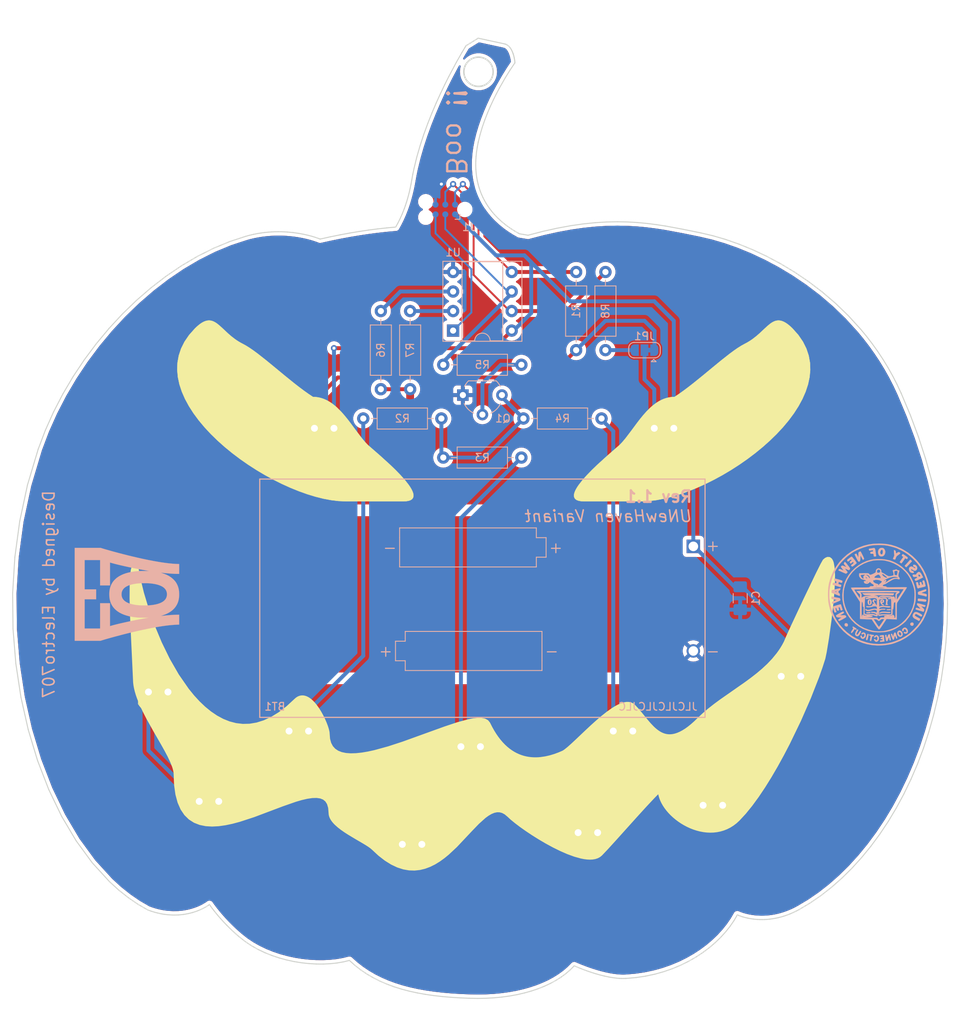
<source format=kicad_pcb>
(kicad_pcb (version 20211014) (generator pcbnew)
  (layers (0 "F.Cu" signal) (31 "B.Cu" signal) (34 "B.Paste" user) (35 "F.Paste" user) (36 "B.SilkS" user "B.Silkscreen") (37 "F.SilkS" user "F.Silkscreen") (38 "B.Mask" user) (39 "F.Mask" user) (44 "Edge.Cuts" user))
  (net 0 "")
  (net 1 "GND")
  (net 2 "VCC")
  (net 3 "Net-(D1-Pad1)")
  (net 4 "Net-(D3-Pad1)")
  (net 5 "Net-(D2-Pad1)")
  (net 6 "Net-(R3-Pad1)")
  (net 7 "Net-(J1-Pad5)")
  (net 8 "Net-(J1-Pad4)")
  (net 9 "Net-(J1-Pad3)")
  (net 10 "Net-(J1-Pad2)")
  (net 11 "Net-(Q1-Pad3)")
  (net 12 "Net-(Q1-Pad2)")
  (net 13 "CopperPad")
  (net 14 "Net-(R4-Pad1)")
  (net 15 "Net-(JP1-Pad3)")
  (net 16 "Net-(U1-Pad3)")
  (net 17 "Net-(U1-Pad2)")
  (footprint "LED_THT:LED_D5.0mm" (layer "F.Cu") (at 32.004 93.98)
    (fp_text reference "D3")
    (fp_text value "LED_ALT")
  )
  (footprint "LED_THT:LED_D5.0mm" (layer "F.Cu") (at 38.608 108.204)
    (fp_text reference "D4")
    (fp_text value "LED_ALT")
  )
  (footprint "LED_THT:LED_D5.0mm" (layer "F.Cu") (at 50.292 99.06)
    (fp_text reference "D5")
    (fp_text value "LED_ALT")
  )
  (footprint "LED_THT:LED_D5.0mm" (layer "F.Cu") (at 65.024 113.792)
    (fp_text reference "D6")
    (fp_text value "LED_ALT")
  )
  (footprint "LED_THT:LED_D5.0mm" (layer "F.Cu") (at 87.884 112.268)
    (fp_text reference "D8")
    (fp_text value "LED_ALT")
  )
  (footprint "LED_THT:LED_D5.0mm" (layer "F.Cu") (at 92.456 99.06)
    (fp_text reference "D9")
    (fp_text value "LED_ALT")
  )
  (footprint "LED_THT:LED_D5.0mm" (layer "F.Cu") (at 104.14 108.712)
    (fp_text reference "D10")
    (fp_text value "LED_ALT")
  )
  (footprint "LED_THT:LED_D5.0mm" (layer "F.Cu") (at 114.3 91.948)
    (fp_text reference "D11")
    (fp_text value "LED_ALT")
  )
  (footprint "LED_THT:LED_D5.0mm" (layer "F.Cu") (at 72.644 101.092)
    (fp_text reference "D7")
    (fp_text value "LED_ALT")
  )
  (footprint "LED_THT:LED_D5.0mm" (layer "F.Cu") (at 97.79 59.69)
    (fp_text reference "D2")
    (fp_text value "LED_ALT")
  )
  (footprint "LED_THT:LED_D5.0mm" (layer "F.Cu") (at 53.594 59.69)
    (fp_text reference "D1")
    (fp_text value "LED_ALT")
  )
  (footprint "Package_DIP:DIP-8_W7.62mm_Socket" (layer "B.Cu") (at 71.628 46.99)
    (fp_text reference "U1")
    (fp_text value "ATtiny85-20PU")
  )
  (footprint "Connector:Tag-Connect_TC2030-IDC-NL_2x03_P1.27mm_Vertical" (layer "B.Cu") (at 70.612 31.242 180)
    (fp_text reference "J1")
    (fp_text value "Conn_01x06")
  )
  (footprint "Resistor_THT:R_Axial_DIN0207_L6.3mm_D2.5mm_P10.16mm_Horizontal" (layer "B.Cu") (at 80.508 51.435 180)
    (fp_text reference "R5")
    (fp_text value "1k")
  )
  (footprint "Resistor_THT:R_Axial_DIN0207_L6.3mm_D2.5mm_P10.16mm_Horizontal" (layer "B.Cu") (at 62.23 44.45 -90)
    (fp_text reference "R6")
    (fp_text value "1M")
  )
  (footprint "Resistor_THT:R_Axial_DIN0207_L6.3mm_D2.5mm_P10.16mm_Horizontal" (layer "B.Cu") (at 66.04 44.45 -90)
    (fp_text reference "R7")
    (fp_text value "1k")
  )
  (footprint "Resistor_THT:R_Axial_DIN0207_L6.3mm_D2.5mm_P10.16mm_Horizontal" (layer "B.Cu") (at 59.944 58.42)
    (fp_text reference "R2")
    (fp_text value "330")
  )
  (footprint "MyBattery:BC2AAPC" (layer "B.Cu") (at 102.87 88.646 180)
    (fp_text reference "BT1")
    (fp_text value "Battery")
  )
  (footprint "Capacitor_SMD:C_1206_3216Metric_Pad1.42x1.75mm_HandSolder" (layer "B.Cu") (at 108.966 81.788 -90)
    (fp_text reference "C1")
    (fp_text value "1uF")
  )
  (footprint "Resistor_THT:R_Axial_DIN0207_L6.3mm_D2.5mm_P10.16mm_Horizontal" (layer "B.Cu") (at 87.63 49.53 90)
    (fp_text reference "R1")
    (fp_text value "330")
  )
  (footprint "Resistor_THT:R_Axial_DIN0207_L6.3mm_D2.5mm_P10.16mm_Horizontal" (layer "B.Cu") (at 80.508 63.5 180)
    (fp_text reference "R3")
    (fp_text value "330")
  )
  (footprint "Package_TO_SOT_THT:TO-92_Wide" (layer "B.Cu") (at 72.898 55.372)
    (fp_text reference "Q1")
    (fp_text value "2N3904")
  )
  (footprint "Resistor_THT:R_Axial_DIN0207_L6.3mm_D2.5mm_P10.16mm_Horizontal" (layer "B.Cu") (at 90.932 58.42 180)
    (fp_text reference "R4")
    (fp_text value "330")
  )
  (footprint "Jumper:SolderJumper-3_P1.3mm_Bridged12_RoundedPad1.0x1.5mm" (layer "B.Cu") (at 96.52 49.53 180)
    (fp_text reference "JP1")
    (fp_text value "SolderJumper_3_Bridged12")
  )
  (footprint "Logo:UNH 13.4x13.4" (layer "B.Cu") (at 127 81.28 180)
    (fp_text reference "G***" hide)
    (fp_text value "LOGO" hide)
  )
  (footprint "Logo:new_707_logo_15x16.5" (layer "B.Cu") (at 29.21 81.28 -90)
    (fp_text reference "G***" hide)
    (fp_text value "LOGO" hide)
  )
  (footprint "Resistor_THT:R_Axial_DIN0207_L6.3mm_D2.5mm_P10.16mm_Horizontal" (layer "B.Cu") (at 91.44 49.53 90)
    (fp_text reference "R8")
    (fp_text value "330")
  )
  (gr_poly (pts (xy 30.315792 77.482139) (xy 30.633574 79.21586) (xy 31.110739 81.163198) (xy 31.741385 83.260327) (xy 32.519607 85.443419) (xy 33.439503 87.648648) (xy 34.49517 89.812187) (xy 35.680704 91.870208) (xy 36.990203 93.758885) (xy 37.689594 94.619773) (xy 38.417763 95.41439) (xy 39.173972 96.134757) (xy 39.957482 96.772897) (xy 40.767556 97.32083) (xy 41.603456 97.770578) (xy 42.464445 98.114163) (xy 43.349783 98.343607) (xy 44.258734 98.45093) (xy 45.190559 98.428156) (xy 46.14452 98.267304) (xy 47.11988 97.960398) (xy 48.115901 97.499458) (xy 49.131845 96.876507) (xy 50.166974 96.083565) (xy 51.22055 95.112655) (xy 51.387227 94.966961) (xy 51.556349 94.85913) (xy 51.727407 94.787178) (xy 51.899895 94.749123) (xy 52.073305 94.742982) (xy 52.247131 94.766771) (xy 52.420864 94.818507) (xy 52.593998 94.896208) (xy 52.766025 94.99789) (xy 52.936438 95.12157) (xy 53.104729 95.265265) (xy 53.270392 95.426993) (xy 53.432918 95.604769) (xy 53.591802 95.796611) (xy 53.896609 96.214561) (xy 54.180756 96.664978) (xy 54.440184 97.131997) (xy 54.670834 97.599754) (xy 54.868649 98.052384) (xy 55.029569 98.474023) (xy 55.149537 98.848806) (xy 55.224494 99.160869) (xy 55.243825 99.288423) (xy 55.250381 99.394348) (xy 55.30606 100.113424) (xy 55.468549 100.716698) (xy 55.73102 101.210858) (xy 56.08665 101.60259) (xy 56.528612 101.898582) (xy 57.050081 102.10552) (xy 57.644232 102.230092) (xy 58.304239 102.278985) (xy 59.023276 102.258885) (xy 59.794519 102.176481) (xy 60.611142 102.038458) (xy 61.466319 101.851504) (xy 63.265035 101.357553) (xy 65.136064 100.748122) (xy 68.876646 99.39681) (xy 70.636992 98.761921) (xy 72.251237 98.225541) (xy 73.664777 97.841164) (xy 74.279219 97.722695) (xy 74.823009 97.662288) (xy 75.289321 97.666631) (xy 75.67133 97.742409) (xy 75.96221 97.896312) (xy 76.155136 98.135025) (xy 76.419206 98.659107) (xy 76.691577 99.145926) (xy 76.971696 99.596589) (xy 77.25901 100.012203) (xy 77.552964 100.393873) (xy 77.853006 100.742708) (xy 78.158582 101.059814) (xy 78.469139 101.346298) (xy 78.784123 101.603266) (xy 79.102981 101.831826) (xy 79.42516 102.033084) (xy 79.750106 102.208147) (xy 80.077265 102.358122) (xy 80.406084 102.484116) (xy 80.736011 102.587235) (xy 81.066491 102.668587) (xy 81.39697 102.729278) (xy 81.726897 102.770415) (xy 82.055717 102.793105) (xy 82.382876 102.798455) (xy 82.707822 102.787571) (xy 83.030001 102.761561) (xy 83.663843 102.668588) (xy 84.279977 102.52839) (xy 84.873975 102.349822) (xy 85.441408 102.141738) (xy 85.977851 101.912994) (xy 86.131816 101.82417) (xy 86.309347 101.70122) (xy 86.729019 101.364006) (xy 87.224694 100.923489) (xy 87.784195 100.401804) (xy 89.045978 99.203479) (xy 89.72391 98.571113) (xy 90.416968 97.946125) (xy 91.112977 97.350652) (xy 91.799763 96.806831) (xy 92.46515 96.336799) (xy 92.786014 96.136371) (xy 93.096963 95.962691) (xy 93.396475 95.818527) (xy 93.683027 95.706645) (xy 93.955099 95.629813) (xy 94.211167 95.590797) (xy 94.449711 95.592365) (xy 94.669208 95.637283) (xy 94.868137 95.728319) (xy 95.044975 95.86824) (xy 95.462126 96.314169) (xy 95.867471 96.791088) (xy 96.666355 97.772967) (xy 97.071699 98.245459) (xy 97.48885 98.684009) (xy 97.703698 98.885482) (xy 97.92371 99.072382) (xy 98.149626 99.24268) (xy 98.382183 99.394346) (xy 98.622118 99.525351) (xy 98.87017 99.633667) (xy 99.127077 99.717263) (xy 99.393576 99.774111) (xy 99.670406 99.802182) (xy 99.958304 99.799445) (xy 100.258008 99.763874) (xy 100.570257 99.693437) (xy 100.895787 99.586106) (xy 101.235337 99.439852) (xy 101.589645 99.252645) (xy 101.959448 99.022456) (xy 102.345485 98.747257) (xy 102.748493 98.425017) (xy 103.16921 98.053708) (xy 103.608375 97.631301) (xy 104.291841 96.986882) (xy 105.014784 96.371977) (xy 105.769455 95.780685) (xy 106.548107 95.207103) (xy 109.747571 92.971804) (xy 110.529913 92.398222) (xy 111.289748 91.80693) (xy 112.019331 91.192027) (xy 112.710913 90.547608) (xy 113.356746 89.86777) (xy 113.949082 89.146611) (xy 114.222768 88.768692) (xy 114.480175 88.378228) (xy 114.720333 87.974482) (xy 114.942276 87.556716) (xy 115.220705 86.89557) (xy 115.800192 85.620505) (xy 117.460926 82.07866) (xy 119.121659 78.631267) (xy 119.701146 77.474265) (xy 119.979576 76.978408) (xy 120.179004 76.812953) (xy 120.353067 76.73798) (xy 120.502965 76.748049) (xy 120.629897 76.837717) (xy 120.73506 77.001543) (xy 120.819656 77.234084) (xy 120.931937 77.883545) (xy 120.976333 78.742565) (xy 120.962436 79.767609) (xy 120.899838 80.915142) (xy 120.798133 82.141629) (xy 120.515769 84.657322) (xy 120.192084 86.966409) (xy 119.903816 88.720606) (xy 119.727706 89.571632) (xy 119.359749 90.714) (xy 118.920955 91.957459) (xy 117.854467 94.679761) (xy 116.575468 97.602768) (xy 115.131182 100.590709) (xy 114.361815 102.066601) (xy 113.568835 103.507813) (xy 112.758145 104.897372) (xy 111.93565 106.218307) (xy 111.107251 107.453648) (xy 110.278853 108.586422) (xy 109.456357 109.599659) (xy 108.645668 110.476387) (xy 108.284374 110.807236) (xy 107.909936 111.09252) (xy 107.52397 111.333901) (xy 107.128087 111.533037) (xy 106.723904 111.69159) (xy 106.313033 111.81122) (xy 105.89709 111.893586) (xy 105.477687 111.940349) (xy 105.05644 111.95317) (xy 104.634962 111.933708) (xy 104.214868 111.883624) (xy 103.797771 111.804578) (xy 103.385286 111.698231) (xy 102.979027 111.566242) (xy 102.580608 111.410271) (xy 102.191643 111.23198) (xy 101.813747 111.033028) (xy 101.448532 110.815075) (xy 101.097614 110.579782) (xy 100.762607 110.328809) (xy 100.445125 110.063816) (xy 100.146781 109.786464) (xy 99.869191 109.498412) (xy 99.613967 109.201321) (xy 99.382725 108.896852) (xy 99.177078 108.586663) (xy 98.998641 108.272417) (xy 98.849027 107.955772) (xy 98.729851 107.63839) (xy 98.642726 107.321929) (xy 98.589268 107.008052) (xy 98.57109 106.698417) (xy 98.552981 106.673653) (xy 98.500007 106.692147) (xy 98.297581 106.848949) (xy 97.980045 107.1489) (xy 97.563632 107.572077) (xy 96.49911 108.708419) (xy 95.233884 110.098592) (xy 92.62079 113.002902) (xy 91.532657 114.198274) (xy 90.76329 115.009948) (xy 90.557059 115.177779) (xy 90.317669 115.304796) (xy 90.047381 115.392981) (xy 89.748453 115.444318) (xy 89.423146 115.460791) (xy 89.073719 115.444381) (xy 88.702433 115.397072) (xy 88.311546 115.320847) (xy 87.480012 115.089583) (xy 86.597194 114.766451) (xy 85.681172 114.367318) (xy 84.750023 113.908046) (xy 83.821826 113.404501) (xy 82.914659 112.872548) (xy 82.046599 112.32805) (xy 81.235726 111.786873) (xy 80.500117 111.26488) (xy 79.857851 110.777937) (xy 79.327005 110.341907) (xy 78.925659 109.972656) (xy 78.524104 109.63396) (xy 78.121673 109.414754) (xy 77.717489 109.30614) (xy 77.310677 109.299215) (xy 76.90036 109.385079) (xy 76.485661 109.554831) (xy 76.065705 109.79957) (xy 75.639616 110.110397) (xy 74.76553 110.894707) (xy 73.856395 111.836555) (xy 71.904937 113.908043) (xy 70.848594 114.895272) (xy 70.297202 115.345604) (xy 69.729162 115.755215) (xy 69.143597 116.115203) (xy 68.539631 116.416667) (xy 67.916387 116.650708) (xy 67.27299 116.808423) (xy 66.608564 116.880913) (xy 65.922231 116.859276) (xy 65.213117 116.734613) (xy 64.480344 116.498022) (xy 63.723036 116.140602) (xy 62.940317 115.653452) (xy 62.131312 115.027673) (xy 61.295143 114.254364) (xy 61.06689 114.056794) (xy 60.767801 113.842623) (xy 60.409682 113.612956) (xy 60.004337 113.368901) (xy 59.099199 112.842052) (xy 58.146836 112.27093) (xy 57.682461 111.971533) (xy 57.241698 111.664389) (xy 56.836354 111.350604) (xy 56.478234 111.031285) (xy 56.320572 110.869896) (xy 56.179145 110.707538) (xy 56.055426 110.54435) (xy 55.950892 110.380471) (xy 55.867019 110.216038) (xy 55.805283 110.05119) (xy 55.767159 109.886065) (xy 55.754123 109.720802) (xy 55.696322 108.997959) (xy 55.527839 108.427351) (xy 55.256051 107.997402) (xy 54.888339 107.696537) (xy 54.43208 107.51318) (xy 53.894655 107.435756) (xy 53.28344 107.452688) (xy 52.605817 107.552402) (xy 51.869162 107.723322) (xy 51.080856 107.953873) (xy 49.378802 108.547562) (xy 45.679542 109.94118) (xy 43.800397 110.555899) (xy 42.879271 110.802222) (xy 41.980282 110.99242) (xy 41.110808 111.114917) (xy 40.278229 111.158137) (xy 39.489922 111.110506) (xy 38.753268 110.960447) (xy 38.075644 110.696385) (xy 37.464429 110.306744) (xy 36.927004 109.779949) (xy 36.470745 109.104425) (xy 36.103033 108.268595) (xy 35.831245 107.260884) (xy 35.662762 106.069716) (xy 35.604961 104.683517) (xy 35.589788 104.43724) (xy 35.545561 104.171362) (xy 35.474217 103.886946) (xy 35.377693 103.58505) (xy 35.11685 102.933067) (xy 34.778531 102.223898) (xy 34.378228 101.466028) (xy 33.931439 100.667944) (xy 32.960384 98.985075) (xy 31.989328 97.243176) (xy 31.542539 96.371304) (xy 31.142237 95.510131) (xy 30.803917 94.668144) (xy 30.662843 94.256996) (xy 30.543075 93.853827) (xy 30.446551 93.459697) (xy 30.375207 93.075666) (xy 30.33098 92.702796) (xy 30.315807 92.342147) (xy 29.93801 84.250998) (xy 29.873076 81.807617) (xy 29.890786 79.69776) (xy 29.9417 78.846303) (xy 30.026556 78.172307) (xy 30.149783 77.707133) (xy 30.227169 77.562653) (xy 30.315807 77.482139) (xy 30.315792 77.482139)) (layer "F.SilkS") (width 0.642) (fill solid))
  (gr_poly (pts (xy 53.396541 55.616004) (xy 52.805415 55.220908) (xy 52.201908 54.790624) (xy 51.58928 54.33167) (xy 50.970788 53.850561) (xy 49.729243 52.847943) (xy 48.50334 51.834899) (xy 47.319143 50.863559) (xy 46.202715 49.98605) (xy 45.67806 49.598773) (xy 45.180122 49.254501) (xy 44.712158 48.959753) (xy 44.277427 48.721042) (xy 43.993172 48.570747) (xy 43.723659 48.412673) (xy 43.467994 48.248164) (xy 43.225279 48.078564) (xy 42.775119 47.729466) (xy 42.366012 47.376132) (xy 41.642282 46.699761) (xy 41.313325 46.398227) (xy 40.996749 46.135465) (xy 40.840864 46.021983) (xy 40.685387 45.922225) (xy 40.529421 45.837536) (xy 40.37207 45.76926) (xy 40.212439 45.71874) (xy 40.049632 45.68732) (xy 39.882751 45.676346) (xy 39.710903 45.687159) (xy 39.53319 45.721105) (xy 39.348717 45.779527) (xy 39.156587 45.86377) (xy 38.955905 45.975177) (xy 38.745775 46.115093) (xy 38.525301 46.284861) (xy 38.293586 46.485825) (xy 38.049736 46.719329) (xy 37.296617 47.56652) (xy 36.700781 48.437739) (xy 36.255306 49.329647) (xy 35.953267 50.238905) (xy 35.787742 51.162172) (xy 35.751806 52.09611) (xy 35.838537 53.037379) (xy 36.04101 53.982639) (xy 36.352304 54.92855) (xy 36.765493 55.871774) (xy 37.273656 56.808971) (xy 37.869868 57.736801) (xy 38.547206 58.651924) (xy 39.298747 59.551002) (xy 40.117566 60.430694) (xy 40.996742 61.287661) (xy 41.92935 62.118564) (xy 42.908468 62.920062) (xy 43.927171 63.688818) (xy 44.978536 64.42149) (xy 46.05564 65.114739) (xy 47.15156 65.765227) (xy 48.259372 66.369612) (xy 49.372152 66.924557) (xy 50.482978 67.426721) (xy 51.584926 67.872764) (xy 52.671072 68.259348) (xy 53.734494 68.583132) (xy 54.768267 68.840778) (xy 55.765468 69.028945) (xy 56.719175 69.144295) (xy 57.622463 69.183486) (xy 65.184646 69.183486) (xy 65.564518 69.164325) (xy 65.87259 69.108388) (xy 66.11265 69.017997) (xy 66.288485 68.895473) (xy 66.403884 68.743138) (xy 66.462632 68.563313) (xy 66.468518 68.35832) (xy 66.42533 68.130479) (xy 66.336854 67.882112) (xy 66.206879 67.615541) (xy 66.039192 67.333087) (xy 65.83758 67.037071) (xy 65.347731 66.41364) (xy 64.767634 65.763817) (xy 64.127588 65.106175) (xy 63.457893 64.459285) (xy 62.150756 63.272042) (xy 60.513893 61.843692) (xy 60.140734 61.443872) (xy 59.770182 61.00137) (xy 59.026473 60.026121) (xy 58.261914 58.993531) (xy 57.865299 58.479353) (xy 57.455653 57.979186) (xy 57.030367 57.502477) (xy 56.586837 57.058674) (xy 56.357415 56.852066) (xy 56.122455 56.657227) (xy 55.88163 56.475339) (xy 55.634614 56.307582) (xy 55.381083 56.155139) (xy 55.120709 56.01919) (xy 54.853168 55.900915) (xy 54.578133 55.801497) (xy 54.295279 55.722115) (xy 54.004279 55.663952) (xy 53.704809 55.628188) (xy 53.396541 55.616004)) (layer "F.SilkS") (width 0.041749) (fill solid))
  (gr_poly (pts (xy 100.424751 55.616004) (xy 101.015877 55.220908) (xy 101.619384 54.790624) (xy 102.232012 54.33167) (xy 102.850505 53.850561) (xy 104.09205 52.847943) (xy 105.317954 51.834899) (xy 106.502152 50.863559) (xy 107.61858 49.98605) (xy 108.143235 49.598773) (xy 108.641174 49.254501) (xy 109.109138 48.959753) (xy 109.543869 48.721042) (xy 109.828124 48.570747) (xy 110.097636 48.412673) (xy 110.353301 48.248164) (xy 110.596016 48.078564) (xy 111.046175 47.729466) (xy 111.455283 47.376132) (xy 112.179013 46.699761) (xy 112.50797 46.398227) (xy 112.824546 46.135465) (xy 112.980431 46.021983) (xy 113.135909 45.922225) (xy 113.291875 45.837536) (xy 113.449226 45.76926) (xy 113.608857 45.71874) (xy 113.771665 45.68732) (xy 113.938545 45.676346) (xy 114.110394 45.687159) (xy 114.288107 45.721105) (xy 114.47258 45.779527) (xy 114.664709 45.86377) (xy 114.865391 45.975177) (xy 115.075521 46.115093) (xy 115.295995 46.284861) (xy 115.52771 46.485825) (xy 115.77156 46.719329) (xy 116.524679 47.56652) (xy 117.120514 48.437739) (xy 117.56599 49.329647) (xy 117.868028 50.238905) (xy 118.033554 51.162172) (xy 118.06949 52.09611) (xy 117.982759 53.037379) (xy 117.780285 53.982639) (xy 117.468992 54.92855) (xy 117.055802 55.871774) (xy 116.54764 56.808971) (xy 115.951428 57.736801) (xy 115.27409 58.651924) (xy 114.522549 59.551002) (xy 113.703729 60.430694) (xy 112.824553 61.287661) (xy 111.891945 62.118564) (xy 110.912827 62.920062) (xy 109.894124 63.688818) (xy 108.842759 64.42149) (xy 107.765654 65.114739) (xy 106.669734 65.765227) (xy 105.561922 66.369612) (xy 104.449142 66.924557) (xy 103.338316 67.426721) (xy 102.236368 67.872764) (xy 101.150221 68.259348) (xy 100.086799 68.583132) (xy 99.053026 68.840778) (xy 98.055824 69.028945) (xy 97.102117 69.144295) (xy 96.198829 69.183486) (xy 88.636642 69.183486) (xy 88.25677 69.164325) (xy 87.948698 69.108388) (xy 87.708638 69.017997) (xy 87.532803 68.895473) (xy 87.417404 68.743138) (xy 87.358656 68.563313) (xy 87.35277 68.35832) (xy 87.395958 68.130479) (xy 87.484434 67.882112) (xy 87.614409 67.615541) (xy 87.782096 67.333087) (xy 87.983708 67.037071) (xy 88.473557 66.41364) (xy 89.053654 65.763817) (xy 89.6937 65.106175) (xy 90.363395 64.459285) (xy 91.670533 63.272042) (xy 93.307395 61.843692) (xy 93.680555 61.443872) (xy 94.051107 61.00137) (xy 94.794817 60.026121) (xy 95.559376 58.993531) (xy 95.955991 58.479353) (xy 96.365637 57.979186) (xy 96.790923 57.502477) (xy 97.234453 57.058674) (xy 97.463875 56.852066) (xy 97.698835 56.657227) (xy 97.93966 56.475339) (xy 98.186676 56.307582) (xy 98.440207 56.155139) (xy 98.700581 56.01919) (xy 98.968123 55.900915) (xy 99.243158 55.801497) (xy 99.526012 55.722115) (xy 99.817012 55.663952) (xy 100.116483 55.628188) (xy 100.424751 55.616004)) (layer "F.SilkS") (width 0.041999) (fill solid))
  (gr_line (start 108.593368 122.962005) (end 108.756353 123.033037) (layer "Edge.Cuts") (width 0.134852))
  (gr_line (start 66.952349 133.106878) (end 68.011589 133.297123) (layer "Edge.Cuts") (width 0.134852))
  (gr_line (start 75.516692 29.69714) (end 75.334769 29.297488) (layer "Edge.Cuts") (width 0.134852))
  (gr_line (start 127.50972 50.690651) (end 126.830341 49.667249) (layer "Edge.Cuts") (width 0.134852))
  (gr_line (start 95.635806 32.940312) (end 94.341832 32.864062) (layer "Edge.Cuts") (width 0.134852))
  (gr_line (start 119.469342 120.448396) (end 120.84098 119.374923) (layer "Edge.Cuts") (width 0.134852))
  (gr_line (start 73.733482 133.80371) (end 74.830303 133.824613) (layer "Edge.Cuts") (width 0.134852))
  (gr_line (start 123.034009 45.057575) (end 121.36548 43.44685) (layer "Edge.Cuts") (width 0.134852))
  (gr_line (start 108.954091 123.108664) (end 109.223999 123.199331) (layer "Edge.Cuts") (width 0.134852))
  (gr_line (start 76.868598 16.976866) (end 77.266414 16.178846) (layer "Edge.Cuts") (width 0.134852))
  (gr_line (start 134.120512 96.96765) (end 134.656644 94.703794) (layer "Edge.Cuts") (width 0.134852))
  (gr_line (start 47.147974 127.878822) (end 48.071495 128.24909) (layer "Edge.Cuts") (width 0.134852))
  (gr_line (start 14.628106 76.475744) (end 14.34298 81.153799) (layer "Edge.Cuts") (width 0.134852))
  (gr_line (start 116.637832 122.266441) (end 116.637832 122.266441) (layer "Edge.Cuts") (width 0.134852))
  (gr_line (start 68.331772 20.059256) (end 67.815169 21.476646) (layer "Edge.Cuts") (width 0.134852))
  (gr_line (start 62.122181 131.581646) (end 63.023631 131.971068) (layer "Edge.Cuts") (width 0.134852))
  (gr_line (start 88.542615 33.117497) (end 86.897721 33.354123) (layer "Edge.Cuts") (width 0.134852))
  (gr_line (start 42.962521 125.062139) (end 43.387937 125.449661) (layer "Edge.Cuts") (width 0.134852))
  (gr_line (start 62.99987 33.634173) (end 61.826845 33.763419) (layer "Edge.Cuts") (width 0.134852))
  (gr_line (start 132.018805 103.358997) (end 132.797728 101.298392) (layer "Edge.Cuts") (width 0.134852))
  (gr_line (start 75.021362 28.448431) (end 74.892232 27.998451) (layer "Edge.Cuts") (width 0.134852))
  (gr_line (start 79.188021 10.432641) (end 79.131229 10.338872) (layer "Edge.Cuts") (width 0.134852))
  (gr_line (start 79.432516 10.986721) (end 79.413749 10.934737) (layer "Edge.Cuts") (width 0.134852))
  (gr_line (start 133.499585 99.166896) (end 134.120512 96.96765) (layer "Edge.Cuts") (width 0.134852))
  (gr_line (start 75.129805 21.523528) (end 75.415392 20.562537) (layer "Edge.Cuts") (width 0.134852))
  (gr_line (start 38.676636 122.32682) (end 39.052887 122.153671) (layer "Edge.Cuts") (width 0.134852))
  (gr_line (start 33.237466 122.73014) (end 33.654946 122.819885) (layer "Edge.Cuts") (width 0.134852))
  (gr_line (start 114.224319 38.297484) (end 112.400282 37.325783) (layer "Edge.Cuts") (width 0.134852))
  (gr_line (start 45.197131 34.582311) (end 44.704246 34.713127) (layer "Edge.Cuts") (width 0.134852))
  (gr_line (start 44.704246 34.713127) (end 42.578702 35.409701) (layer "Edge.Cuts") (width 0.134852))
  (gr_line (start 18.59676 59.951813) (end 17.668687 62.402393) (layer "Edge.Cuts") (width 0.134852))
  (gr_line (start 17.668687 62.402393) (end 16.273158 67.065291) (layer "Edge.Cuts") (width 0.134852))
  (gr_line (start 78.30426 9.706388) (end 77.254374 9.477759) (layer "Edge.Cuts") (width 0.134852))
  (gr_line (start 125.943251 114.057988) (end 127.103431 112.4887) (layer "Edge.Cuts") (width 0.134852))
  (gr_line (start 20.878587 55.222024) (end 19.66983 57.555367) (layer "Edge.Cuts") (width 0.134852))
  (gr_line (start 77.266414 16.178846) (end 77.660754 15.433714) (layer "Edge.Cuts") (width 0.134852))
  (gr_line (start 73.849754 9.612854) (end 73.849754 9.612854) (layer "Edge.Cuts") (width 0.134852))
  (gr_line (start 76.887134 31.764914) (end 76.631411 31.458148) (layer "Edge.Cuts") (width 0.134852))
  (gr_line (start 109.223999 123.199331) (end 109.562082 123.296265) (layer "Edge.Cuts") (width 0.134852))
  (gr_line (start 76.385044 31.136621) (end 76.149211 30.800044) (layer "Edge.Cuts") (width 0.134852))
  (gr_line (start 30.629772 121.577733) (end 31.923114 122.325347) (layer "Edge.Cuts") (width 0.134852))
  (gr_line (start 76.164337 9.243368) (end 76.164337 9.243368) (layer "Edge.Cuts") (width 0.134852))
  (gr_line (start 115.410206 122.85198) (end 115.813525 122.679731) (layer "Edge.Cuts") (width 0.134852))
  (gr_line (start 133.069863 63.641443) (end 132.152063 60.823525) (layer "Edge.Cuts") (width 0.134852))
  (gr_line (start 76.475948 17.82101) (end 76.868598 16.976866) (layer "Edge.Cuts") (width 0.134852))
  (gr_line (start 94.097091 131.227127) (end 95.404803 131.115528) (layer "Edge.Cuts") (width 0.134852))
  (gr_line (start 79.670066 12.166186) (end 79.670066 12.166186) (layer "Edge.Cuts") (width 0.134852))
  (gr_line (start 115.013443 123.002762) (end 115.410206 122.85198) (layer "Edge.Cuts") (width 0.134852))
  (gr_line (start 79.617412 11.738411) (end 79.602092 11.650592) (layer "Edge.Cuts") (width 0.134852))
  (gr_line (start 101.563302 33.822614) (end 99.26937 33.39641) (layer "Edge.Cuts") (width 0.134852))
  (gr_line (start 112.400282 37.325783) (end 110.591952 36.477242) (layer "Edge.Cuts") (width 0.134852))
  (gr_line (start 92.998564 131.20023) (end 93.279449 131.221644) (layer "Edge.Cuts") (width 0.134852))
  (gr_line (start 74.830303 133.824613) (end 75.905486 133.805356) (layer "Edge.Cuts") (width 0.134852))
  (gr_line (start 112.135275 123.567797) (end 112.461613 123.549271) (layer "Edge.Cuts") (width 0.134852))
  (gr_line (start 135.876391 79.939782) (end 135.710778 77.311619) (layer "Edge.Cuts") (width 0.134852))
  (gr_line (start 94.341832 32.864062) (end 92.993378 32.836924) (layer "Edge.Cuts") (width 0.134852))
  (gr_line (start 79.446185 11.025655) (end 79.441749 11.012689) (layer "Edge.Cuts") (width 0.134852))
  (gr_line (start 74.612928 24.346625) (end 74.676384 23.749773) (layer "Edge.Cuts") (width 0.134852))
  (gr_line (start 94.097091 131.227127) (end 94.097091 131.227127) (layer "Edge.Cuts") (width 0.134852))
  (gr_line (start 88.762331 130.145911) (end 89.201626 130.30308) (layer "Edge.Cuts") (width 0.134852))
  (gr_line (start 79.131229 10.338872) (end 79.070192 10.248777) (layer "Edge.Cuts") (width 0.134852))
  (gr_line (start 43.387937 125.449661) (end 43.83815 125.838829) (layer "Edge.Cuts") (width 0.134852))
  (gr_line (start 49.981508 128.82694) (end 50.953054 129.035948) (layer "Edge.Cuts") (width 0.134852))
  (gr_line (start 16.273158 67.065291) (end 15.265565 71.767991) (layer "Edge.Cuts") (width 0.134852))
  (gr_line (start 77.981615 133.648278) (end 78.977901 133.511413) (layer "Edge.Cuts") (width 0.134852))
  (gr_line (start 84.9546 131.509265) (end 85.637982 131.079828) (layer "Edge.Cuts") (width 0.134852))
  (gr_line (start 55.677274 129.310334) (end 56.543107 129.216071) (layer "Edge.Cuts") (width 0.134852))
  (gr_line (start 79.070192 10.248777) (end 79.004756 10.162981) (layer "Edge.Cuts") (width 0.134852))
  (gr_line (start 26.884306 46.699129) (end 25.225891 48.690339) (layer "Edge.Cuts") (width 0.134852))
  (gr_line (start 83.318858 34.08242) (end 81.369186 34.587554) (layer "Edge.Cuts") (width 0.134852))
  (gr_line (start 51.925663 129.192629) (end 52.891862 129.297694) (layer "Edge.Cuts") (width 0.134852))
  (gr_line (start 123.476699 116.914782) (end 124.733053 115.534396) (layer "Edge.Cuts") (width 0.134852))
  (gr_line (start 25.225891 48.690339) (end 23.665927 50.780539) (layer "Edge.Cuts") (width 0.134852))
  (gr_line (start 50.073838 34.172749) (end 49.683161 34.149605) (layer "Edge.Cuts") (width 0.134852))
  (gr_line (start 74.892585 22.49682) (end 74.892585 22.49682) (layer "Edge.Cuts") (width 0.134852))
  (gr_line (start 79.441749 11.012689) (end 79.432516 10.986721) (layer "Edge.Cuts") (width 0.134852))
  (gr_line (start 57.365167 129.073759) (end 58.135982 128.884109) (layer "Edge.Cuts") (width 0.134852))
  (gr_line (start 92.429747 131.132126) (end 92.998564 131.20023) (layer "Edge.Cuts") (width 0.134852))
  (gr_line (start 66.541829 25.912781) (end 66.38533 26.664429) (layer "Edge.Cuts") (width 0.134852))
  (gr_line (start 58.135982 128.884109) (end 58.861303 129.531514) (layer "Edge.Cuts") (width 0.134852))
  (gr_line (start 44.593021 126.434091) (end 45.401264 126.972036) (layer "Edge.Cuts") (width 0.134852))
  (gr_line (start 79.030557 13.117366) (end 79.653533 12.188407) (layer "Edge.Cuts") (width 0.134852))
  (gr_line (start 79.670066 12.166186) (end 79.662041 12.071669) (layer "Edge.Cuts") (width 0.134852))
  (gr_line (start 52.122941 34.450902) (end 51.500225 34.338056) (layer "Edge.Cuts") (width 0.134852))
  (gr_line (start 116.637832 122.266441) (end 118.067005 121.413283) (layer "Edge.Cuts") (width 0.134852))
  (gr_line (start 28.631861 44.815882) (end 26.884306 46.699129) (layer "Edge.Cuts") (width 0.134852))
  (gr_line (start 59.623317 130.122619) (end 60.42129 130.659774) (layer "Edge.Cuts") (width 0.134852))
  (gr_line (start 60.635895 33.917641) (end 59.424669 34.097521) (layer "Edge.Cuts") (width 0.134852))
  (gr_line (start 75.334769 29.297488) (end 75.169266 28.881348) (layer "Edge.Cuts") (width 0.134852))
  (gr_line (start 53.569647 34.818003) (end 53.162613 34.698559) (layer "Edge.Cuts") (width 0.134852))
  (gr_line (start 110.679333 123.508427) (end 110.945424 123.536911) (layer "Edge.Cuts") (width 0.134852))
  (gr_line (start 39.938644 121.62255) (end 40.201131 121.98966) (layer "Edge.Cuts") (width 0.134852))
  (gr_line (start 64.716211 32.472981) (end 64.431993 33.038138) (layer "Edge.Cuts") (width 0.134852))
  (gr_line (start 78.404447 14.129175) (end 79.030557 13.117366) (layer "Edge.Cuts") (width 0.134852))
  (gr_line (start 107.064179 125.182711) (end 107.643518 124.454035) (layer "Edge.Cuts") (width 0.134852))
  (gr_line (start 14.392382 85.767408) (end 14.75851 90.281821) (layer "Edge.Cuts") (width 0.134852))
  (gr_line (start 129.895935 55.128936) (end 129.352977 53.967276) (layer "Edge.Cuts") (width 0.134852))
  (gr_line (start 128.15792 51.748327) (end 127.50972 50.690651) (layer "Edge.Cuts") (width 0.134852))
  (gr_line (start 40.963568 122.952866) (end 41.227896 123.262528) (layer "Edge.Cuts") (width 0.134852))
  (gr_line (start 69.432783 17.382905) (end 68.874889 18.690984) (layer "Edge.Cuts") (width 0.134852))
  (gr_line (start 29.368878 120.714102) (end 30.629772 121.577733) (layer "Edge.Cuts") (width 0.134852))
  (gr_line (start 103.827766 34.283699) (end 101.563302 33.822614) (layer "Edge.Cuts") (width 0.134852))
  (gr_line (start 64.157318 33.52922) (end 64.157318 33.52922) (layer "Edge.Cuts") (width 0.134852))
  (gr_line (start 74.892066 8.967415) (end 74.892066 8.967415) (layer "Edge.Cuts") (width 0.134852))
  (gr_line (start 65.559467 30.31332) (end 65.424763 30.723057) (layer "Edge.Cuts") (width 0.134852))
  (gr_line (start 117.857103 40.616557) (end 116.04846 39.393892) (layer "Edge.Cuts") (width 0.134852))
  (gr_line (start 28.142659 119.738799) (end 29.368878 120.714102) (layer "Edge.Cuts") (width 0.134852))
  (gr_line (start 48.071495 128.24909) (end 49.018497 128.564892) (layer "Edge.Cuts") (width 0.134852))
  (gr_line (start 80.810994 34.491718) (end 80.25711 34.399452) (layer "Edge.Cuts") (width 0.134852))
  (gr_line (start 78.860065 10.006788) (end 78.780499 9.937641) (layer "Edge.Cuts") (width 0.134852))
  (gr_line (start 53.844178 129.351859) (end 54.77514 129.355834) (layer "Edge.Cuts") (width 0.134852))
  (gr_line (start 50.953054 129.035948) (end 51.925663 129.192629) (layer "Edge.Cuts") (width 0.134852))
  (gr_line (start 14.34298 81.153799) (end 14.392382 85.767408) (layer "Edge.Cuts") (width 0.134852))
  (gr_line (start 49.018497 128.564892) (end 49.981508 128.82694) (layer "Edge.Cuts") (width 0.134852))
  (gr_line (start 99.26937 33.39641) (end 98.091723 33.213217) (layer "Edge.Cuts") (width 0.134852))
  (gr_line (start 96.883152 33.058941) (end 95.635806 32.940312) (layer "Edge.Cuts") (width 0.134852))
  (gr_line (start 135.42946 74.643977) (end 135.028573 71.939996) (layer "Edge.Cuts") (width 0.134852))
  (gr_circle (center 74.93 13.335) (end 76.835 13.335) (layer "Edge.Cuts") (width 0.2) (fill none))
  (gr_line (start 98.091723 33.213217) (end 96.883152 33.058941) (layer "Edge.Cuts") (width 0.134852))
  (gr_line (start 74.892585 22.49682) (end 75.129805 21.523528) (layer "Edge.Cuts") (width 0.134852))
  (gr_line (start 58.135982 128.884109) (end 58.135982 128.884109) (layer "Edge.Cuts") (width 0.134852))
  (gr_line (start 113.867482 123.337268) (end 114.241581 123.244309) (layer "Edge.Cuts") (width 0.134852))
  (gr_line (start 102.243006 129.003535) (end 103.19741 128.456836) (layer "Edge.Cuts") (width 0.134852))
  (gr_line (start 111.819988 123.574728) (end 112.135275 123.567797) (layer "Edge.Cuts") (width 0.134852))
  (gr_line (start 107.084826 35.143443) (end 105.417236 34.655088) (layer "Edge.Cuts") (width 0.134852))
  (gr_line (start 132.152063 60.823525) (end 131.095374 57.984976) (layer "Edge.Cuts") (width 0.134852))
  (gr_line (start 132.797728 101.298392) (end 133.499585 99.166896) (layer "Edge.Cuts") (width 0.134852))
  (gr_line (start 85.159086 33.67352) (end 83.318858 34.08242) (layer "Edge.Cuts") (width 0.134852))
  (gr_line (start 46.63616 34.298815) (end 46.163708 34.376116) (layer "Edge.Cuts") (width 0.134852))
  (gr_line (start 73.18209 10.146155) (end 73.18209 10.146155) (layer "Edge.Cuts") (width 0.134852))
  (gr_line (start 79.375851 10.831968) (end 79.334484 10.729749) (layer "Edge.Cuts") (width 0.134852))
  (gr_line (start 78.606151 9.820368) (end 78.559281 9.795885) (layer "Edge.Cuts") (width 0.134852))
  (gr_line (start 93.556771 131.233721) (end 93.829622 131.235777) (layer "Edge.Cuts") (width 0.134852))
  (gr_line (start 80.87527 133.123425) (end 81.771692 132.873258) (layer "Edge.Cuts") (width 0.134852))
  (gr_line (start 91.857599 131.034882) (end 92.429747 131.132126) (layer "Edge.Cuts") (width 0.134852))
  (gr_line (start 99.051032 130.339239) (end 100.167965 129.949632) (layer "Edge.Cuts") (width 0.134852))
  (gr_line (start 65.286613 31.112547) (end 65.003306 31.831776) (layer "Edge.Cuts") (width 0.134852))
  (gr_line (start 52.678724 34.573631) (end 52.122941 34.450902) (layer "Edge.Cuts") (width 0.134852))
  (gr_line (start 74.695009 27.046148) (end 74.629269 26.543249) (layer "Edge.Cuts") (width 0.134852))
  (gr_line (start 45.401264 126.972036) (end 46.255406 127.453375) (layer "Edge.Cuts") (width 0.134852))
  (gr_line (start 73.849754 9.612854) (end 73.299911 9.952368) (layer "Edge.Cuts") (width 0.134852))
  (gr_line (start 23.665927 50.780539) (end 22.213723 52.960758) (layer "Edge.Cuts") (width 0.134852))
  (gr_line (start 76.956699 133.746418) (end 77.981615 133.648278) (layer "Edge.Cuts") (width 0.134852))
  (gr_line (start 55.645839 34.797931) (end 54.330013 35.087265) (layer "Edge.Cuts") (width 0.134852))
  (gr_line (start 15.265565 71.767991) (end 14.628106 76.475744) (layer "Edge.Cuts") (width 0.134852))
  (gr_line (start 79.413749 10.934737) (end 79.375851 10.831968) (layer "Edge.Cuts") (width 0.134852))
  (gr_line (start 59.424669 34.097521) (end 58.190818 34.303741) (layer "Edge.Cuts") (width 0.134852))
  (gr_line (start 74.892066 8.967415) (end 74.892066 8.967415) (layer "Edge.Cuts") (width 0.134852))
  (gr_line (start 48.439254 34.139179) (end 48.002728 34.158574) (layer "Edge.Cuts") (width 0.134852))
  (gr_line (start 74.629269 26.543249) (end 74.587014 26.022135) (layer "Edge.Cuts") (width 0.134852))
  (gr_line (start 130.245216 107.254966) (end 131.16668 105.345568) (layer "Edge.Cuts") (width 0.134852))
  (gr_line (start 70.545954 14.991622) (end 69.993718 16.146093) (layer "Edge.Cuts") (width 0.134852))
  (gr_line (start 66.152134 27.952299) (end 66.047158 28.466971) (layer "Edge.Cuts") (width 0.134852))
  (gr_line (start 41.520538 123.59326) (end 41.840908 123.941824) (layer "Edge.Cuts") (width 0.134852))
  (gr_line (start 49.683161 34.149605) (end 49.280091 34.135655) (layer "Edge.Cuts") (width 0.134852))
  (gr_line (start 71.362521 133.680594) (end 72.53479 133.753837) (layer "Edge.Cuts") (width 0.134852))
  (gr_line (start 135.028573 71.939996) (end 134.504254 69.20282) (layer "Edge.Cuts") (width 0.134852))
  (gr_line (start 118.067005 121.413283) (end 119.469342 120.448396) (layer "Edge.Cuts") (width 0.134852))
  (gr_line (start 75.740705 19.62061) (end 76.097103 18.704513) (layer "Edge.Cuts") (width 0.134852))
  (gr_line (start 115.813525 122.679731) (end 116.2229 122.484917) (layer "Edge.Cuts") (width 0.134852))
  (gr_line (start 75.415392 20.562537) (end 75.740705 19.62061) (layer "Edge.Cuts") (width 0.134852))
  (gr_line (start 100.167965 129.949632) (end 101.232574 129.502766) (layer "Edge.Cuts") (width 0.134852))
  (gr_line (start 36.327302 38.541945) (end 34.316277 39.903629) (layer "Edge.Cuts") (width 0.134852))
  (gr_line (start 111.516251 123.571159) (end 111.819988 123.574728) (layer "Edge.Cuts") (width 0.134852))
  (gr_line (start 106.417698 125.893299) (end 107.064179 125.182711) (layer "Edge.Cuts") (width 0.134852))
  (gr_line (start 32.371269 122.484132) (end 32.80948 122.618642) (layer "Edge.Cuts") (width 0.134852))
  (gr_line (start 103.19741 128.456836) (end 104.093933 127.867567) (layer "Edge.Cuts") (width 0.134852))
  (gr_line (start 66.047158 28.466971) (end 65.93457 28.960162) (layer "Edge.Cuts") (width 0.134852))
  (gr_line (start 89.681258 130.463943) (end 90.193949 130.623027) (layer "Edge.Cuts") (width 0.134852))
  (gr_line (start 65.424763 30.723057) (end 65.286613 31.112547) (layer "Edge.Cuts") (width 0.134852))
  (gr_line (start 54.133307 35.009704) (end 53.569647 34.818003) (layer "Edge.Cuts") (width 0.134852))
  (gr_line (start 87.381225 129.586914) (end 87.381225 129.586914) (layer "Edge.Cuts") (width 0.134852))
  (gr_line (start 128.772989 52.840471) (end 128.15792 51.748327) (layer "Edge.Cuts") (width 0.134852))
  (gr_line (start 77.151037 32.057205) (end 76.887134 31.764914) (layer "Edge.Cuts") (width 0.134852))
  (gr_line (start 66.248664 27.415899) (end 66.152134 27.952299) (layer "Edge.Cuts") (width 0.134852))
  (gr_line (start 113.145443 123.473043) (end 113.501936 123.413147) (layer "Edge.Cuts") (width 0.134852))
  (gr_line (start 134.656644 94.703794) (end 135.104119 92.378471) (layer "Edge.Cuts") (width 0.134852))
  (gr_line (start 129.895935 55.128936) (end 129.895935 55.128936) (layer "Edge.Cuts") (width 0.134852))
  (gr_line (start 74.783056 27.531119) (end 74.695009 27.046148) (layer "Edge.Cuts") (width 0.134852))
  (gr_line (start 73.2994 9.953401) (end 73.18209 10.146155) (layer "Edge.Cuts") (width 0.134852))
  (gr_line (start 128.209727 110.829673) (end 129.258277 109.084048) (layer "Edge.Cuts") (width 0.134852))
  (gr_line (start 78.461464 9.753268) (end 78.41048 9.735291) (layer "Edge.Cuts") (width 0.134852))
  (gr_line (start 85.637982 131.079828) (end 86.271767 130.615971) (layer "Edge.Cuts") (width 0.134852))
  (gr_line (start 110.42679 123.47383) (end 110.679333 123.508427) (layer "Edge.Cuts") (width 0.134852))
  (gr_line (start 89.201626 130.30308) (end 89.681258 130.463943) (layer "Edge.Cuts") (width 0.134852))
  (gr_line (start 135.930163 82.525326) (end 135.876391 79.939782) (layer "Edge.Cuts") (width 0.134852))
  (gr_line (start 41.840908 123.941824) (end 42.18842 124.304984) (layer "Edge.Cuts") (width 0.134852))
  (gr_line (start 135.104119 92.378471) (end 135.459072 89.994821) (layer "Edge.Cuts") (width 0.134852))
  (gr_line (start 110.945424 123.536911) (end 111.224563 123.558188) (layer "Edge.Cuts") (width 0.134852))
  (gr_line (start 108.756353 123.033037) (end 108.954091 123.108664) (layer "Edge.Cuts") (width 0.134852))
  (gr_line (start 78.651689 9.846863) (end 78.606151 9.820368) (layer "Edge.Cuts") (width 0.134852))
  (gr_line (start 74.892066 8.967415) (end 73.849754 9.612854) (layer "Edge.Cuts") (width 0.134852))
  (gr_line (start 46.163708 34.376116) (end 45.683825 34.470294) (layer "Edge.Cuts") (width 0.134852))
  (gr_line (start 69.993718 16.146093) (end 69.432783 17.382905) (layer "Edge.Cuts") (width 0.134852))
  (gr_line (start 134.504254 69.20282) (end 133.852638 66.435588) (layer "Edge.Cuts") (width 0.134852))
  (gr_line (start 40.522202 122.4097) (end 40.728141 122.667511) (layer "Edge.Cuts") (width 0.134852))
  (gr_line (start 58.861303 129.531514) (end 59.623317 130.122619) (layer "Edge.Cuts") (width 0.134852))
  (gr_line (start 74.76921 23.133268) (end 74.892585 22.49682) (layer "Edge.Cuts") (width 0.134852))
  (gr_line (start 40.201131 121.98966) (end 40.522202 122.4097) (layer "Edge.Cuts") (width 0.134852))
  (gr_line (start 46.255406 127.453375) (end 47.147974 127.878822) (layer "Edge.Cuts") (width 0.134852))
  (gr_line (start 108.153865 123.712168) (end 108.593368 122.962005) (layer "Edge.Cuts") (width 0.134852))
  (gr_line (start 78.30426 9.706388) (end 78.30426 9.706388) (layer "Edge.Cuts") (width 0.134852))
  (gr_line (start 35.214191 122.986576) (end 35.923475 122.972206) (layer "Edge.Cuts") (width 0.134852))
  (gr_line (start 78.559281 9.795885) (end 78.511058 9.773493) (layer "Edge.Cuts") (width 0.134852))
  (gr_line (start 79.630363 11.820177) (end 79.617412 11.738411) (layer "Edge.Cuts") (width 0.134852))
  (gr_line (start 64.431993 33.038138) (end 64.157318 33.52922) (layer "Edge.Cuts") (width 0.134852))
  (gr_line (start 112.798502 123.518052) (end 113.145443 123.473043) (layer "Edge.Cuts") (width 0.134852))
  (gr_line (start 66.248664 27.415899) (end 66.248664 27.415899) (layer "Edge.Cuts") (width 0.134852))
  (gr_line (start 44.704246 34.713127) (end 44.704246 34.713127) (layer "Edge.Cuts") (width 0.134852))
  (gr_line (start 129.258277 109.084048) (end 130.245216 107.254966) (layer "Edge.Cuts") (width 0.134852))
  (gr_line (start 73.2994 9.953401) (end 73.2994 9.953401) (layer "Edge.Cuts") (width 0.134852))
  (gr_line (start 79.699988 34.083996) (end 79.128491 33.722156) (layer "Edge.Cuts") (width 0.134852))
  (gr_line (start 63.958107 132.31595) (end 64.924874 132.618644) (layer "Edge.Cuts") (width 0.134852))
  (gr_line (start 109.562082 123.296265) (end 109.964344 123.39069) (layer "Edge.Cuts") (width 0.134852))
  (gr_line (start 88.033867 129.864543) (end 88.762331 130.145911) (layer "Edge.Cuts") (width 0.134852))
  (gr_line (start 78.358085 9.719638) (end 78.30426 9.706388) (layer "Edge.Cuts") (width 0.134852))
  (gr_line (start 80.25711 34.399452) (end 79.699988 34.083996) (layer "Edge.Cuts") (width 0.134852))
  (gr_line (start 74.676384 23.749773) (end 74.76921 23.133268) (layer "Edge.Cuts") (width 0.134852))
  (gr_line (start 81.369186 34.587554) (end 81.369186 34.587554) (layer "Edge.Cuts") (width 0.134852))
  (gr_line (start 79.513559 11.253795) (end 79.483722 11.146974) (layer "Edge.Cuts") (width 0.134852))
  (gr_line (start 73.299911 9.952368) (end 73.299911 9.952368) (layer "Edge.Cuts") (width 0.134852))
  (gr_line (start 90.101622 32.95691) (end 88.542615 33.117497) (layer "Edge.Cuts") (width 0.134852))
  (gr_line (start 67.33682 22.93208) (end 66.90846 24.414483) (layer "Edge.Cuts") (width 0.134852))
  (gr_line (start 26.95334 118.656168) (end 28.142659 119.738799) (layer "Edge.Cuts") (width 0.134852))
  (gr_line (start 48.865248 34.131859) (end 48.439254 34.139179) (layer "Edge.Cuts") (width 0.134852))
  (gr_line (start 116.04846 39.393892) (end 114.224319 38.297484) (layer "Edge.Cuts") (width 0.134852))
  (gr_line (start 64.157318 33.52922) (end 62.99987 33.634173) (layer "Edge.Cuts") (width 0.134852))
  (gr_line (start 33.654946 122.819885) (end 34.06164 122.88914) (layer "Edge.Cuts") (width 0.134852))
  (gr_line (start 65.003306 31.831776) (end 64.716211 32.472981) (layer "Edge.Cuts") (width 0.134852))
  (gr_line (start 54.77514 129.355834) (end 55.677274 129.310334) (layer "Edge.Cuts") (width 0.134852))
  (gr_line (start 110.591952 36.477242) (end 108.814932 35.750312) (layer "Edge.Cuts") (width 0.134852))
  (gr_line (start 68.874889 18.690984) (end 68.331772 20.059256) (layer "Edge.Cuts") (width 0.134852))
  (gr_line (start 135.71764 87.555986) (end 135.875958 85.065107) (layer "Edge.Cuts") (width 0.134852))
  (gr_line (start 113.501936 123.413147) (end 113.867482 123.337268) (layer "Edge.Cuts") (width 0.134852))
  (gr_line (start 76.097103 18.704513) (end 76.475948 17.82101) (layer "Edge.Cuts") (width 0.134852))
  (gr_line (start 108.593368 122.962005) (end 108.593368 122.962005) (layer "Edge.Cuts") (width 0.134852))
  (gr_line (start 81.771692 132.873258) (end 82.630166 132.58628) (layer "Edge.Cuts") (width 0.134852))
  (gr_line (start 65.923199 132.881503) (end 66.952349 133.106878) (layer "Edge.Cuts") (width 0.134852))
  (gr_line (start 124.733053 115.534396) (end 125.943251 114.057988) (layer "Edge.Cuts") (width 0.134852))
  (gr_line (start 42.562486 124.679501) (end 42.962521 125.062139) (layer "Edge.Cuts") (width 0.134852))
  (gr_line (start 19.034228 106.652532) (end 20.716944 110.149727) (layer "Edge.Cuts") (width 0.134852))
  (gr_line (start 60.42129 130.659774) (end 61.254489 131.145332) (layer "Edge.Cuts") (width 0.134852))
  (gr_line (start 95.404803 131.115528) (end 96.667599 130.927083) (layer "Edge.Cuts") (width 0.134852))
  (gr_line (start 79.563632 11.459794) (end 79.540136 11.358319) (layer "Edge.Cuts") (width 0.134852))
  (gr_line (start 79.602092 11.650592) (end 79.584224 11.557469) (layer "Edge.Cuts") (width 0.134852))
  (gr_line (start 105.417236 34.655088) (end 103.827766 34.283699) (layer "Edge.Cuts") (width 0.134852))
  (gr_line (start 74.892232 27.998451) (end 74.783056 27.531119) (layer "Edge.Cuts") (width 0.134852))
  (gr_line (start 78.695913 9.875292) (end 78.651689 9.846863) (layer "Edge.Cuts") (width 0.134852))
  (gr_line (start 104.093933 127.867567) (end 104.930723 127.240623) (layer "Edge.Cuts") (width 0.134852))
  (gr_line (start 32.357156 41.40916) (end 30.459247 43.049569) (layer "Edge.Cuts") (width 0.134852))
  (gr_line (start 32.80948 122.618642) (end 33.237466 122.73014) (layer "Edge.Cuts") (width 0.134852))
  (gr_line (start 56.931991 34.536983) (end 55.645839 34.797931) (layer "Edge.Cuts") (width 0.134852))
  (gr_line (start 114.623735 123.133172) (end 115.013443 123.002762) (layer "Edge.Cuts") (width 0.134852))
  (gr_line (start 34.316277 39.903629) (end 32.357156 41.40916) (layer "Edge.Cuts") (width 0.134852))
  (gr_line (start 37.743012 122.659318) (end 38.239263 122.498733) (layer "Edge.Cuts") (width 0.134852))
  (gr_line (start 126.830341 49.667249) (end 126.121732 48.677927) (layer "Edge.Cuts") (width 0.134852))
  (gr_line (start 122.178053 118.196005) (end 123.476699 116.914782) (layer "Edge.Cuts") (width 0.134852))
  (gr_line (start 50.815537 34.242777) (end 50.073838 34.172749) (layer "Edge.Cuts") (width 0.134852))
  (gr_line (start 120.84098 119.374923) (end 122.178053 118.196005) (layer "Edge.Cuts") (width 0.134852))
  (gr_line (start 66.90846 24.414483) (end 66.541829 25.912781) (layer "Edge.Cuts") (width 0.134852))
  (gr_line (start 75.169266 28.881348) (end 75.021362 28.448431) (layer "Edge.Cuts") (width 0.134852))
  (gr_line (start 67.815169 21.476646) (end 67.33682 22.93208) (layer "Edge.Cuts") (width 0.134852))
  (gr_line (start 131.16668 105.345568) (end 132.018805 103.358997) (layer "Edge.Cuts") (width 0.134852))
  (gr_line (start 30.459247 43.049569) (end 28.631861 44.815882) (layer "Edge.Cuts") (width 0.134852))
  (gr_line (start 119.634644 41.967026) (end 117.857103 40.616557) (layer "Edge.Cuts") (width 0.134852))
  (gr_line (start 31.923114 122.325347) (end 31.923114 122.325347) (layer "Edge.Cuts") (width 0.134852))
  (gr_line (start 78.977901 133.511413) (end 79.94323 133.336303) (layer "Edge.Cuts") (width 0.134852))
  (gr_line (start 69.100187 133.454589) (end 70.217409 133.581628) (layer "Edge.Cuts") (width 0.134852))
  (gr_line (start 79.653533 12.188407) (end 79.653533 12.188407) (layer "Edge.Cuts") (width 0.134852))
  (gr_line (start 79.450447 11.038606) (end 79.450447 11.038606) (layer "Edge.Cuts") (width 0.134852))
  (gr_line (start 84.22395 131.903805) (end 84.9546 131.509265) (layer "Edge.Cuts") (width 0.134852))
  (gr_line (start 124.624628 46.800752) (end 123.034009 45.057575) (layer "Edge.Cuts") (width 0.134852))
  (gr_line (start 87.381225 129.586914) (end 88.033867 129.864543) (layer "Edge.Cuts") (width 0.134852))
  (gr_line (start 34.06164 122.88914) (end 34.457265 122.939166) (layer "Edge.Cuts") (width 0.134852))
  (gr_line (start 43.83815 125.838829) (end 43.83815 125.838829) (layer "Edge.Cuts") (width 0.134852))
  (gr_line (start 34.457265 122.939166) (end 35.214191 122.986576) (layer "Edge.Cuts") (width 0.134852))
  (gr_line (start 16.369733 98.874063) (end 17.579223 102.882394) (layer "Edge.Cuts") (width 0.134852))
  (gr_line (start 54.330013 35.087265) (end 54.330013 35.087265) (layer "Edge.Cuts") (width 0.134852))
  (gr_line (start 114.241581 123.244309) (end 114.623735 123.133172) (layer "Edge.Cuts") (width 0.134852))
  (gr_line (start 125.385844 47.722493) (end 124.624628 46.800752) (layer "Edge.Cuts") (width 0.134852))
  (gr_line (start 79.128491 33.722156) (end 78.552039 33.31163) (layer "Edge.Cuts") (width 0.134852))
  (gr_line (start 65.689892 29.88309) (end 65.559467 30.31332) (layer "Edge.Cuts") (width 0.134852))
  (gr_line (start 78.934766 10.08211) (end 78.860065 10.006788) (layer "Edge.Cuts") (width 0.134852))
  (gr_line (start 37.190133 122.798486) (end 37.743012 122.659318) (layer "Edge.Cuts") (width 0.134852))
  (gr_line (start 39.052887 122.153671) (end 39.365767 121.989376) (layer "Edge.Cuts") (width 0.134852))
  (gr_line (start 40.728141 122.667511) (end 40.963568 122.952866) (layer "Edge.Cuts") (width 0.134852))
  (gr_line (start 78.41048 9.735291) (end 78.358085 9.719638) (layer "Edge.Cuts") (width 0.134852))
  (gr_line (start 135.710778 77.311619) (end 135.42946 74.643977) (layer "Edge.Cuts") (width 0.134852))
  (gr_line (start 79.662041 12.071669) (end 79.649871 11.96254) (layer "Edge.Cuts") (width 0.134852))
  (gr_line (start 135.875958 85.065107) (end 135.930163 82.525326) (layer "Edge.Cuts") (width 0.134852))
  (gr_line (start 77.421942 32.335311) (end 77.151037 32.057205) (layer "Edge.Cuts") (width 0.134852))
  (gr_line (start 17.579223 102.882394) (end 19.034228 106.652532) (layer "Edge.Cuts") (width 0.134852))
  (gr_line (start 38.239263 122.498733) (end 38.676636 122.32682) (layer "Edge.Cuts") (width 0.134852))
  (gr_line (start 86.271767 130.615971) (end 86.853625 130.118173) (layer "Edge.Cuts") (width 0.134852))
  (gr_line (start 96.667599 130.927083) (end 97.883626 130.666688) (layer "Edge.Cuts") (width 0.134852))
  (gr_line (start 72.53479 133.753837) (end 73.733482 133.80371) (layer "Edge.Cuts") (width 0.134852))
  (gr_line (start 79.653533 12.188407) (end 79.670066 12.166186) (layer "Edge.Cuts") (width 0.134852))
  (gr_line (start 79.289493 10.628705) (end 79.240724 10.52946) (layer "Edge.Cuts") (width 0.134852))
  (gr_line (start 45.683825 34.470294) (end 45.197131 34.582311) (layer "Edge.Cuts") (width 0.134852))
  (gr_line (start 73.733482 133.80371) (end 73.733482 133.80371) (layer "Edge.Cuts") (width 0.134852))
  (gr_line (start 56.543107 129.216071) (end 57.365167 129.073759) (layer "Edge.Cuts") (width 0.134852))
  (gr_line (start 22.213723 52.960758) (end 20.878587 55.222024) (layer "Edge.Cuts") (width 0.134852))
  (gr_line (start 53.162613 34.698559) (end 52.678724 34.573631) (layer "Edge.Cuts") (width 0.134852))
  (gr_line (start 90.732422 130.774859) (end 91.289398 130.913969) (layer "Edge.Cuts") (width 0.134852))
  (gr_line (start 39.365767 121.989376) (end 39.792429 121.727711) (layer "Edge.Cuts") (width 0.134852))
  (gr_line (start 121.36548 43.44685) (end 119.634644 41.967026) (layer "Edge.Cuts") (width 0.134852))
  (gr_line (start 14.75851 90.281821) (end 15.423561 94.662289) (layer "Edge.Cuts") (width 0.134852))
  (gr_line (start 133.852638 66.435588) (end 133.069863 63.641443) (layer "Edge.Cuts") (width 0.134852))
  (gr_line (start 93.829622 131.235777) (end 94.097091 131.227127) (layer "Edge.Cuts") (width 0.134852))
  (gr_line (start 17.668687 62.402393) (end 17.668687 62.402393) (layer "Edge.Cuts") (width 0.134852))
  (gr_line (start 39.938644 121.62255) (end 39.938644 121.62255) (layer "Edge.Cuts") (width 0.134852))
  (gr_line (start 78.552039 33.31163) (end 77.98005 32.850116) (layer "Edge.Cuts") (width 0.134852))
  (gr_line (start 79.004756 10.162981) (end 78.934766 10.08211) (layer "Edge.Cuts") (width 0.134852))
  (gr_line (start 38.38092 37.333082) (end 36.327302 38.541945) (layer "Edge.Cuts") (width 0.134852))
  (gr_line (start 79.584224 11.557469) (end 79.563632 11.459794) (layer "Edge.Cuts") (width 0.134852))
  (gr_line (start 20.716944 110.149727) (end 22.609571 113.339231) (layer "Edge.Cuts") (width 0.134852))
  (gr_line (start 92.993378 32.836924) (end 91.582592 32.865629) (layer "Edge.Cuts") (width 0.134852))
  (gr_line (start 86.853625 130.118173) (end 87.381225 129.586914) (layer "Edge.Cuts") (width 0.134852))
  (gr_line (start 61.254489 131.145332) (end 62.122181 131.581646) (layer "Edge.Cuts") (width 0.134852))
  (gr_line (start 103.827766 34.283699) (end 103.827766 34.283699) (layer "Edge.Cuts") (width 0.134852))
  (gr_line (start 74.569421 25.482518) (end 74.577666 24.924111) (layer "Edge.Cuts") (width 0.134852))
  (gr_line (start 19.66983 57.555367) (end 18.59676 59.951813) (layer "Edge.Cuts") (width 0.134852))
  (gr_line (start 51.500225 34.338056) (end 50.815537 34.242777) (layer "Edge.Cuts") (width 0.134852))
  (gr_line (start 70.217409 133.581628) (end 71.362521 133.680594) (layer "Edge.Cuts") (width 0.134852))
  (gr_line (start 90.193949 130.623027) (end 90.732422 130.774859) (layer "Edge.Cuts") (width 0.134852))
  (gr_line (start 40.467823 36.28601) (end 38.38092 37.333082) (layer "Edge.Cuts") (width 0.134852))
  (gr_line (start 112.461613 123.549271) (end 112.798502 123.518052) (layer "Edge.Cuts") (width 0.134852))
  (gr_line (start 74.577666 24.924111) (end 74.612928 24.346625) (layer "Edge.Cuts") (width 0.134852))
  (gr_line (start 42.18842 124.304984) (end 42.562486 124.679501) (layer "Edge.Cuts") (width 0.134852))
  (gr_line (start 71.077754 13.930568) (end 70.545954 14.991622) (layer "Edge.Cuts") (width 0.134852))
  (gr_line (start 36.582872 122.906145) (end 37.190133 122.798486) (layer "Edge.Cuts") (width 0.134852))
  (gr_line (start 66.38533 26.664429) (end 66.248664 27.415899) (layer "Edge.Cuts") (width 0.134852))
  (gr_line (start 65.815204 29.43212) (end 65.689892 29.88309) (layer "Edge.Cuts") (width 0.134852))
  (gr_line (start 48.002728 34.158574) (end 47.55629 34.191004) (layer "Edge.Cuts") (width 0.134852))
  (gr_line (start 131.095374 57.984976) (end 129.895935 55.128936) (layer "Edge.Cuts") (width 0.134852))
  (gr_line (start 97.883626 130.666688) (end 99.051032 130.339239) (layer "Edge.Cuts") (width 0.134852))
  (gr_line (start 49.280091 34.135655) (end 48.865248 34.131859) (layer "Edge.Cuts") (width 0.134852))
  (gr_line (start 76.164337 9.243368) (end 74.892066 8.967415) (layer "Edge.Cuts") (width 0.134852))
  (gr_line (start 79.413749 10.934737) (end 79.413749 10.934737) (layer "Edge.Cuts") (width 0.134852))
  (gr_line (start 39.792429 121.727711) (end 39.938644 121.62255) (layer "Edge.Cuts") (width 0.134852))
  (gr_line (start 35.923475 122.972206) (end 36.582872 122.906145) (layer "Edge.Cuts") (width 0.134852))
  (gr_line (start 126.121732 48.677927) (end 125.385844 47.722493) (layer "Edge.Cuts") (width 0.134852))
  (gr_line (start 107.643518 124.454035) (end 108.153865 123.712168) (layer "Edge.Cuts") (width 0.134852))
  (gr_line (start 54.330013 35.087265) (end 54.133307 35.009704) (layer "Edge.Cuts") (width 0.134852))
  (gr_line (start 105.705929 126.580901) (end 106.417698 125.893299) (layer "Edge.Cuts") (width 0.134852))
  (gr_line (start 79.450447 11.038606) (end 79.446185 11.025655) (layer "Edge.Cuts") (width 0.134852))
  (gr_line (start 93.279449 131.221644) (end 93.556771 131.233721) (layer "Edge.Cuts") (width 0.134852))
  (gr_line (start 24.694303 116.186295) (end 26.95334 118.656168) (layer "Edge.Cuts") (width 0.134852))
  (gr_line (start 15.423561 94.662289) (end 16.369733 98.874063) (layer "Edge.Cuts") (width 0.134852))
  (gr_line (start 86.897721 33.354123) (end 85.159086 33.67352) (layer "Edge.Cuts") (width 0.134852))
  (gr_line (start 22.609571 113.339231) (end 24.694303 116.186295) (layer "Edge.Cuts") (width 0.134852))
  (gr_line (start 76.149211 30.800044) (end 75.92509 30.44813) (layer "Edge.Cuts") (width 0.134852))
  (gr_line (start 75.713858 30.080592) (end 75.516692 29.69714) (layer "Edge.Cuts") (width 0.134852))
  (gr_line (start 78.511058 9.773493) (end 78.461464 9.753268) (layer "Edge.Cuts") (width 0.134852))
  (gr_line (start 75.92509 30.44813) (end 75.713858 30.080592) (layer "Edge.Cuts") (width 0.134852))
  (gr_line (start 47.55629 34.191004) (end 47.100561 34.237431) (layer "Edge.Cuts") (width 0.134852))
  (gr_line (start 64.924874 132.618644) (end 65.923199 132.881503) (layer "Edge.Cuts") (width 0.134852))
  (gr_line (start 73.18209 10.146155) (end 72.765842 10.842003) (layer "Edge.Cuts") (width 0.134852))
  (gr_line (start 82.630166 132.58628) (end 83.448362 132.26297) (layer "Edge.Cuts") (width 0.134852))
  (gr_line (start 108.814932 35.750312) (end 107.084826 35.143443) (layer "Edge.Cuts") (width 0.134852))
  (gr_line (start 78.780499 9.937641) (end 78.695913 9.875292) (layer "Edge.Cuts") (width 0.134852))
  (gr_line (start 104.930723 127.240623) (end 105.705929 126.580901) (layer "Edge.Cuts") (width 0.134852))
  (gr_line (start 31.923114 122.325347) (end 32.371269 122.484132) (layer "Edge.Cuts") (width 0.134852))
  (gr_line (start 101.232574 129.502766) (end 102.243006 129.003535) (layer "Edge.Cuts") (width 0.134852))
  (gr_line (start 72.033096 12.133006) (end 71.077754 13.930568) (layer "Edge.Cuts") (width 0.134852))
  (gr_line (start 77.660754 15.433714) (end 78.404447 14.129175) (layer "Edge.Cuts") (width 0.134852))
  (gr_line (start 79.483722 11.146974) (end 79.450447 11.038606) (layer "Edge.Cuts") (width 0.134852))
  (gr_line (start 63.023631 131.971068) (end 63.958107 132.31595) (layer "Edge.Cuts") (width 0.134852))
  (gr_line (start 91.289398 130.913969) (end 91.857599 131.034882) (layer "Edge.Cuts") (width 0.134852))
  (gr_line (start 81.369186 34.587554) (end 80.810994 34.491718) (layer "Edge.Cuts") (width 0.134852))
  (gr_line (start 68.011589 133.297123) (end 69.100187 133.454589) (layer "Edge.Cuts") (width 0.134852))
  (gr_line (start 74.587014 26.022135) (end 74.569421 25.482518) (layer "Edge.Cuts") (width 0.134852))
  (gr_line (start 79.334484 10.729749) (end 79.289493 10.628705) (layer "Edge.Cuts") (width 0.134852))
  (gr_line (start 83.448362 132.26297) (end 84.22395 131.903805) (layer "Edge.Cuts") (width 0.134852))
  (gr_line (start 79.240724 10.52946) (end 79.188021 10.432641) (layer "Edge.Cuts") (width 0.134852))
  (gr_line (start 79.649871 11.96254) (end 79.630363 11.820177) (layer "Edge.Cuts") (width 0.134852))
  (gr_line (start 76.631411 31.458148) (end 76.385044 31.136621) (layer "Edge.Cuts") (width 0.134852))
  (gr_line (start 80.25711 34.399452) (end 80.25711 34.399452) (layer "Edge.Cuts") (width 0.134852))
  (gr_line (start 41.227896 123.262528) (end 41.520538 123.59326) (layer "Edge.Cuts") (width 0.134852))
  (gr_line (start 72.765842 10.842003) (end 72.033096 12.133006) (layer "Edge.Cuts") (width 0.134852))
  (gr_line (start 61.826845 33.763419) (end 60.635895 33.917641) (layer "Edge.Cuts") (width 0.134852))
  (gr_line (start 111.224563 123.558188) (end 111.516251 123.571159) (layer "Edge.Cuts") (width 0.134852))
  (gr_line (start 47.100561 34.237431) (end 46.63616 34.298815) (layer "Edge.Cuts") (width 0.134852))
  (gr_line (start 127.103431 112.4887) (end 128.209727 110.829673) (layer "Edge.Cuts") (width 0.134852))
  (gr_line (start 79.94323 133.336303) (end 80.87527 133.123425) (layer "Edge.Cuts") (width 0.134852))
  (gr_line (start 58.190818 34.303741) (end 56.931991 34.536983) (layer "Edge.Cuts") (width 0.134852))
  (gr_line (start 116.2229 122.484917) (end 116.637832 122.266441) (layer "Edge.Cuts") (width 0.134852))
  (gr_line (start 43.83815 125.838829) (end 44.593021 126.434091) (layer "Edge.Cuts") (width 0.134852))
  (gr_line (start 73.299911 9.952368) (end 73.2994 9.953401) (layer "Edge.Cuts") (width 0.134852))
  (gr_line (start 77.254374 9.477759) (end 76.164337 9.243368) (layer "Edge.Cuts") (width 0.134852))
  (gr_line (start 109.964344 123.39069) (end 110.42679 123.47383) (layer "Edge.Cuts") (width 0.134852))
  (gr_line (start 77.98005 32.850116) (end 77.421942 32.335311) (layer "Edge.Cuts") (width 0.134852))
  (gr_line (start 75.905486 133.805356) (end 76.956699 133.746418) (layer "Edge.Cuts") (width 0.134852))
  (gr_line (start 91.582592 32.865629) (end 90.101622 32.95691) (layer "Edge.Cuts") (width 0.134852))
  (gr_line (start 52.891862 129.297694) (end 53.844178 129.351859) (layer "Edge.Cuts") (width 0.134852))
  (gr_line (start 79.540136 11.358319) (end 79.513559 11.253795) (layer "Edge.Cuts") (width 0.134852))
  (gr_line (start 65.93457 28.960162) (end 65.815204 29.43212) (layer "Edge.Cuts") (width 0.134852))
  (gr_line (start 42.578702 35.409701) (end 40.467823 36.28601) (layer "Edge.Cuts") (width 0.134852))
  (gr_line (start 129.352977 53.967276) (end 128.772989 52.840471) (layer "Edge.Cuts") (width 0.134852))
  (gr_line (start 135.459072 89.994821) (end 135.71764 87.555986) (layer "Edge.Cuts") (width 0.134852))
  (gr_text "UNewHaven Variant" (at 102.87 71.12) (layer "B.SilkS") (effects (font (size 1.5 1.5) (thickness 0.2) italic) (justify left mirror)))
  (gr_text "Boo !!" (at 72 21.2 270) (layer "B.SilkS") (effects (font (size 2.5 2.5) (thickness 0.3)) (justify mirror)))
  (gr_text "Rev 1.1" (at 102.87 68.58) (layer "B.SilkS") (effects (font (size 1.5 1.5) (thickness 0.3)) (justify left mirror)))
  (gr_text "JLCJLCJLCJLC" (at 103.505 95.885) (layer "B.SilkS") (effects (font (size 1 1)) (justify left mirror)))
  (gr_text "Designed by Electro707\n" (at 19.05 81.28 90) (layer "B.SilkS") (effects (font (size 1.5 1.5) (thickness 0.2)) (justify mirror)))
  (segment (start 70.104 27.94) (end 71.628 29.464) (width 0.35) (layer "F.Cu") (net 1))
  (segment (start 71.628 29.464) (end 71.628 39.37) (width 0.35) (layer "F.Cu") (net 1))
  (via (at 70.104 27.94) (size 0.8) (drill 0.4) (layers "F.Cu" "B.Cu") (net 1))
  (segment (start 69.342 28.702) (end 70.104 27.94) (width 0.35) (layer "B.Cu") (net 1))
  (segment (start 69.342 30.607) (end 69.342 28.702) (width 0.35) (layer "B.Cu") (net 1))
  (segment (start 95.25 99.06) (end 101.6 105.41) (width 0.508) (layer "F.Cu") (net 2))
  (segment (start 79.248 46.99) (end 76.961994 49.276006) (width 0.508) (layer "F.Cu") (net 2))
  (segment (start 75.946 105.41) (end 77.216 105.41) (width 0.508) (layer "F.Cu") (net 2))
  (segment (start 67.564 113.792) (end 75.946 105.41) (width 0.508) (layer "F.Cu") (net 2))
  (segment (start 76.961994 49.276006) (end 56.699685 49.276006) (width 0.508) (layer "F.Cu") (net 2))
  (segment (start 79.502 105.41) (end 77.216 105.41) (width 0.508) (layer "F.Cu") (net 2))
  (segment (start 56.699685 49.276006) (end 56.134 49.276006) (width 0.508) (layer "F.Cu") (net 2))
  (segment (start 45.974 105.41) (end 48.895 105.41) (width 0.508) (layer "F.Cu") (net 2))
  (segment (start 97.282 105.41) (end 99.06 105.41) (width 0.508) (layer "F.Cu") (net 2))
  (segment (start 41.148 100.584) (end 45.974 105.41) (width 0.508) (layer "F.Cu") (net 2))
  (segment (start 111.76 101.6) (end 111.76 97.155) (width 0.508) (layer "F.Cu") (net 2))
  (segment (start 106.68 106.68) (end 111.252 102.108) (width 0.508) (layer "F.Cu") (net 2))
  (segment (start 111.252 102.108) (end 111.76 101.6) (width 0.508) (layer "F.Cu") (net 2))
  (segment (start 103.378 105.41) (end 107.95 105.41) (width 0.508) (layer "F.Cu") (net 2))
  (segment (start 106.68 108.712) (end 106.68 106.68) (width 0.508) (layer "F.Cu") (net 2))
  (segment (start 79.502 105.41) (end 97.79 105.41) (width 0.508) (layer "F.Cu") (net 2))
  (segment (start 48.895 105.41) (end 43.942 105.41) (width 0.508) (layer "F.Cu") (net 2))
  (segment (start 52.832 99.06) (end 52.832 99.314) (width 0.508) (layer "F.Cu") (net 2))
  (segment (start 75.184 101.092) (end 79.4385 105.3465) (width 0.508) (layer "F.Cu") (net 2))
  (segment (start 90.424 112.268) (end 97.282 105.41) (width 0.508) (layer "F.Cu") (net 2))
  (segment (start 71.755 105.41) (end 55.245 105.41) (width 0.508) (layer "F.Cu") (net 2))
  (segment (start 116.84 92.075) (end 116.84 91.948) (width 0.508) (layer "F.Cu") (net 2))
  (segment (start 43.942 105.41) (end 41.148 108.204) (width 0.508) (layer "F.Cu") (net 2))
  (segment (start 97.79 105.41) (end 99.06 105.41) (width 0.508) (layer "F.Cu") (net 2))
  (segment (start 94.996 99.06) (end 95.25 99.06) (width 0.508) (layer "F.Cu") (net 2))
  (segment (start 99.06 105.41) (end 103.378 105.41) (width 0.508) (layer "F.Cu") (net 2))
  (segment (start 107.95 105.41) (end 111.252 102.108) (width 0.508) (layer "F.Cu") (net 2))
  (segment (start 77.216 105.41) (end 71.755 105.41) (width 0.508) (layer "F.Cu") (net 2))
  (segment (start 111.76 97.155) (end 116.84 92.075) (width 0.508) (layer "F.Cu") (net 2))
  (segment (start 34.544 93.98) (end 41.148 100.584) (width 0.508) (layer "F.Cu") (net 2))
  (segment (start 52.832 99.314) (end 58.928 105.41) (width 0.508) (layer "F.Cu") (net 2))
  (segment (start 79.4385 105.3465) (end 79.502 105.41) (width 0.508) (layer "F.Cu") (net 2))
  (segment (start 55.245 105.41) (end 48.895 105.41) (width 0.508) (layer "F.Cu") (net 2))
  (via (at 56.134 49.276006) (size 0.8) (drill 0.4) (layers "F.Cu" "B.Cu") (net 2))
  (segment (start 102.87 75.046) (end 102.96775 75.046) (width 0.508) (layer "B.Cu") (net 2))
  (segment (start 79.502 46.99) (end 81.788 44.704) (width 0.508) (layer "B.Cu") (net 2))
  (segment (start 108.22225 80.3005) (end 108.966 80.3005) (width 0.508) (layer "B.Cu") (net 2))
  (segment (start 81.788 38.1) (end 80.899 37.211) (width 0.508) (layer "B.Cu") (net 2))
  (segment (start 102.96775 75.046) (end 108.22225 80.3005) (width 0.508) (layer "B.Cu") (net 2))
  (segment (start 97.79 43.18) (end 100.33 45.72) (width 0.508) (layer "B.Cu") (net 2))
  (segment (start 116.84 91.948) (end 116.84 87.884) (width 0.508) (layer "B.Cu") (net 2))
  (segment (start 100.33 45.72) (end 100.33 59.69) (width 0.508) (layer "B.Cu") (net 2))
  (segment (start 79.248 46.99) (end 79.502 46.99) (width 0.508) (layer "B.Cu") (net 2))
  (segment (start 81.788 44.704) (end 81.788 38.1) (width 0.508) (layer "B.Cu") (net 2))
  (segment (start 71.882 31.877) (end 77.216 37.211) (width 0.508) (layer "B.Cu") (net 2))
  (segment (start 77.216 37.211) (end 80.899 37.211) (width 0.508) (layer "B.Cu") (net 2))
  (segment (start 80.899 37.211) (end 86.868 43.18) (width 0.508) (layer "B.Cu") (net 2))
  (segment (start 56.134 59.69) (end 56.134 49.276006) (width 0.508) (layer "B.Cu") (net 2))
  (segment (start 102.87 75.184) (end 102.87 62.23) (width 0.508) (layer "B.Cu") (net 2))
  (segment (start 109.2565 80.3005) (end 108.966 80.3005) (width 0.508) (layer "B.Cu") (net 2))
  (segment (start 86.868 43.18) (end 97.79 43.18) (width 0.508) (layer "B.Cu") (net 2))
  (segment (start 116.84 87.884) (end 109.2565 80.3005) (width 0.508) (layer "B.Cu") (net 2))
  (segment (start 102.87 62.23) (end 100.33 59.69) (width 0.508) (layer "B.Cu") (net 2))
  (segment (start 87.63 49.53) (end 84.074 53.086) (width 0.508) (layer "F.Cu") (net 3))
  (segment (start 56.642 53.086) (end 53.594 56.134) (width 0.508) (layer "F.Cu") (net 3))
  (segment (start 84.074 53.086) (end 56.642 53.086) (width 0.508) (layer "F.Cu") (net 3))
  (segment (start 53.594 56.134) (end 53.594 59.69) (width 0.508) (layer "F.Cu") (net 3))
  (segment (start 96.52 45.72) (end 91.44 45.72) (width 0.508) (layer "B.Cu") (net 3))
  (segment (start 91.44 45.72) (end 87.63 49.53) (width 0.508) (layer "B.Cu") (net 3))
  (segment (start 97.82 47.02) (end 96.52 45.72) (width 0.508) (layer "B.Cu") (net 3))
  (segment (start 97.82 49.53) (end 97.82 47.02) (width 0.508) (layer "B.Cu") (net 3))
  (segment (start 32.004 93.98) (end 32.004 96.139) (width 0.508) (layer "B.Cu") (net 4))
  (segment (start 32.004 96.012) (end 32.004 93.98) (width 0.508) (layer "B.Cu") (net 4))
  (segment (start 50.292 99.06) (end 50.292 98.933) (width 0.508) (layer "B.Cu") (net 4))
  (segment (start 50.292 99.06) (end 35.052 99.06) (width 0.508) (layer "B.Cu") (net 4))
  (segment (start 32.004 101.6) (end 38.608 108.204) (width 0.508) (layer "B.Cu") (net 4))
  (segment (start 32.004 96.139) (end 32.004 101.6) (width 0.508) (layer "B.Cu") (net 4))
  (segment (start 35.052 99.06) (end 32.004 96.012) (width 0.508) (layer "B.Cu") (net 4))
  (segment (start 50.292 98.933) (end 59.944 89.281) (width 0.508) (layer "B.Cu") (net 4))
  (segment (start 59.944 89.281) (end 59.944 58.42) (width 0.508) (layer "B.Cu") (net 4))
  (segment (start 97.79 54.61) (end 97.79 59.69) (width 0.508) (layer "B.Cu") (net 5))
  (segment (start 96.52 49.53) (end 96.52 53.34) (width 0.508) (layer "B.Cu") (net 5))
  (segment (start 96.52 53.34) (end 97.79 54.61) (width 0.508) (layer "B.Cu") (net 5))
  (segment (start 65.024 113.792) (end 65.024 108.712) (width 0.508) (layer "B.Cu") (net 6))
  (segment (start 83.82 112.268) (end 87.884 112.268) (width 0.508) (layer "B.Cu") (net 6))
  (segment (start 72.644 71.364) (end 80.508 63.5) (width 0.508) (layer "B.Cu") (net 6))
  (segment (start 72.644 101.092) (end 83.82 112.268) (width 0.508) (layer "B.Cu") (net 6))
  (segment (start 72.644 101.092) (end 72.644 71.364) (width 0.508) (layer "B.Cu") (net 6))
  (segment (start 65.024 108.712) (end 72.644 101.092) (width 0.508) (layer "B.Cu") (net 6))
  (segment (start 74 39) (end 74 44.635) (width 0.25) (layer "B.Cu") (net 7))
  (segment (start 69.342 34.342) (end 74 39) (width 0.25) (layer "B.Cu") (net 7))
  (segment (start 71.645 46.99) (end 71.628 46.99) (width 0.25) (layer "B.Cu") (net 7))
  (segment (start 74 44.635) (end 71.645 46.99) (width 0.25) (layer "B.Cu") (net 7))
  (segment (start 69.342 31.877) (end 69.342 34.342) (width 0.25) (layer "B.Cu") (net 7))
  (segment (start 74.295 39.751) (end 78.994 44.45) (width 0.25) (layer "F.Cu") (net 8))
  (segment (start 86.36 44.45) (end 79.248 44.45) (width 0.508) (layer "F.Cu") (net 8))
  (segment (start 91.44 39.37) (end 86.36 44.45) (width 0.508) (layer "F.Cu") (net 8))
  (segment (start 74.295 30.607) (end 74.295 39.751) (width 0.25) (layer "F.Cu") (net 8))
  (segment (start 71.628 27.94) (end 74.295 30.607) (width 0.25) (layer "F.Cu") (net 8))
  (segment (start 78.994 44.45) (end 79.248 44.45) (width 0.25) (layer "F.Cu") (net 8))
  (via (at 71.628 27.94) (size 0.8) (drill 0.4) (layers "F.Cu" "B.Cu") (net 8))
  (segment (start 70.612 28.956) (end 71.628 27.94) (width 0.25) (layer "B.Cu") (net 8))
  (segment (start 70.612 30.607) (end 70.612 28.956) (width 0.25) (layer "B.Cu") (net 8))
  (segment (start 70.348 51.435) (end 70.348 51.064) (width 0.508) (layer "B.Cu") (net 9))
  (segment (start 78.74 41.91) (end 79.248 41.91) (width 0.25) (layer "B.Cu") (net 9))
  (segment (start 70.612 31.877) (end 70.612 33.782) (width 0.25) (layer "B.Cu") (net 9))
  (segment (start 70.348 51.064) (end 79.248 42.164) (width 0.508) (layer "B.Cu") (net 9))
  (segment (start 70.612 33.782) (end 78.74 41.91) (width 0.25) (layer "B.Cu") (net 9))
  (segment (start 79.248 42.164) (end 79.248 41.91) (width 0.508) (layer "B.Cu") (net 9))
  (segment (start 74.93 29.972) (end 74.93 35.052) (width 0.25) (layer "F.Cu") (net 10))
  (segment (start 72.898 27.94) (end 74.93 29.972) (width 0.25) (layer "F.Cu") (net 10))
  (segment (start 79.248 39.37) (end 87.63 39.37) (width 0.508) (layer "F.Cu") (net 10))
  (segment (start 74.93 35.052) (end 79.248 39.37) (width 0.25) (layer "F.Cu") (net 10))
  (via (at 72.898 27.94) (size 0.8) (drill 0.4) (layers "F.Cu" "B.Cu") (net 10))
  (segment (start 71.882 28.956) (end 72.898 27.94) (width 0.25) (layer "B.Cu") (net 10))
  (segment (start 71.882 30.607) (end 71.882 29.718) (width 0.25) (layer "B.Cu") (net 10))
  (segment (start 71.882 29.718) (end 71.882 28.956) (width 0.25) (layer "B.Cu") (net 10))
  (segment (start 80.772 58.42) (end 75.692 63.5) (width 0.508) (layer "B.Cu") (net 11))
  (segment (start 77.978 55.372) (end 77.978 55.626) (width 0.508) (layer "B.Cu") (net 11))
  (segment (start 77.978 55.626) (end 80.772 58.42) (width 0.508) (layer "B.Cu") (net 11))
  (segment (start 70.104 63.256) (end 70.348 63.5) (width 0.508) (layer "B.Cu") (net 11))
  (segment (start 70.104 58.42) (end 70.104 63.256) (width 0.508) (layer "B.Cu") (net 11))
  (segment (start 75.692 63.5) (end 70.348 63.5) (width 0.508) (layer "B.Cu") (net 11))
  (segment (start 80.508 51.435) (end 77.851 51.435) (width 0.508) (layer "B.Cu") (net 12))
  (segment (start 77.851 51.435) (end 75.438 53.848) (width 0.508) (layer "B.Cu") (net 12))
  (segment (start 75.438 53.848) (end 75.438 57.912) (width 0.508) (layer "B.Cu") (net 12))
  (segment (start 63.119 54.61) (end 62.23 54.61) (width 0.508) (layer "F.Cu") (net 13))
  (segment (start 66.04 54.61) (end 63.119 54.61) (width 0.508) (layer "F.Cu") (net 13))
  (segment (start 66.04 54.61) (end 66.04 73.406) (width 1.016) (layer "F.Cu") (net 13))
  (segment (start 92.456 99.06) (end 92.456 60.071) (width 0.508) (layer "B.Cu") (net 14))
  (segment (start 92.456 99.568) (end 101.6 108.712) (width 0.508) (layer "B.Cu") (net 14))
  (segment (start 104.14 102.108) (end 104.14 108.712) (width 0.508) (layer "B.Cu") (net 14))
  (segment (start 114.3 91.948) (end 104.14 102.108) (width 0.508) (layer "B.Cu") (net 14))
  (segment (start 92.456 60.071) (end 90.805 58.42) (width 0.508) (layer "B.Cu") (net 14))
  (segment (start 101.6 108.712) (end 104.14 108.712) (width 0.508) (layer "B.Cu") (net 14))
  (segment (start 92.456 99.06) (end 92.456 99.568) (width 0.508) (layer "B.Cu") (net 14))
  (segment (start 91.44 49.53) (end 95.22 49.53) (width 0.508) (layer "B.Cu") (net 15))
  (segment (start 62.23 44.45) (end 64.77 41.91) (width 0.508) (layer "B.Cu") (net 16))
  (segment (start 64.77 41.91) (end 71.628 41.91) (width 0.508) (layer "B.Cu") (net 16))
  (segment (start 71.628 44.45) (end 66.04 44.45) (width 0.508) (layer "B.Cu") (net 17))
  (zone (net 1) (net_name "GND") (layer "F.Cu") (connect_pads (clearance 0.508)) (min_thickness 0.254) (fill yes (thermal_gap 0.508) (thermal_bridge_width 0.508))
    (polygon (pts (xy 12.7 7.62) (xy 137.16 7.62) (xy 137.16 137.16) (xy 12.7 137.16)))
  )
  (zone (net 13) (net_name "CopperPad") (layer "F.Cu") (priority 2) (connect_pads (clearance 1.524)) (min_thickness 0.254) (fill yes (thermal_gap 0.508) (thermal_bridge_width 0.508))
    (polygon (pts (xy 99.06 71.12) (xy 50.8 71.12) (xy 50.8 91.44) (xy 99.06 91.44)))
  )
  (zone (net 1) (net_name "GND") (layer "B.Cu") (connect_pads (clearance 0.508)) (min_thickness 0.254) (fill yes (thermal_gap 0.508) (thermal_bridge_width 0.508))
    (polygon (pts (xy 12.7 7.62) (xy 137.16 7.62) (xy 137.16 137.16) (xy 12.7 137.16)))
  )
)
</source>
